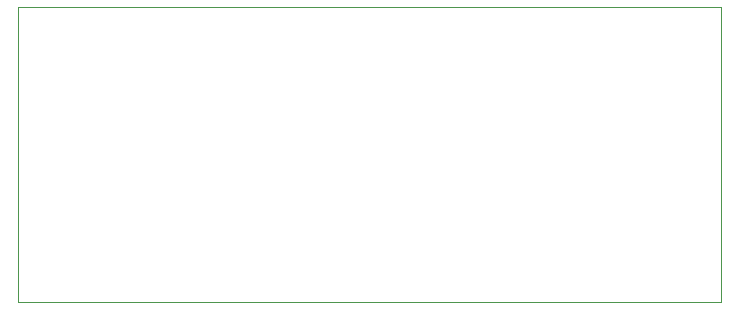
<source format=gbr>
%TF.GenerationSoftware,KiCad,Pcbnew,(5.1.6)-1*%
%TF.CreationDate,2025-01-26T05:21:37-05:00*%
%TF.ProjectId,test,74657374-2e6b-4696-9361-645f70636258,rev?*%
%TF.SameCoordinates,PX88601c0PY5f5e100*%
%TF.FileFunction,Profile,NP*%
%FSLAX46Y46*%
G04 Gerber Fmt 4.6, Leading zero omitted, Abs format (unit mm)*
G04 Created by KiCad (PCBNEW (5.1.6)-1) date 2025-01-26 05:21:37*
%MOMM*%
%LPD*%
G01*
G04 APERTURE LIST*
%TA.AperFunction,Profile*%
%ADD10C,0.050000*%
%TD*%
G04 APERTURE END LIST*
D10*
X59500000Y25000000D02*
X0Y25000000D01*
X0Y0D02*
X59500000Y0D01*
X0Y0D02*
X0Y25000000D01*
X59500000Y0D02*
X59500000Y25000000D01*
M02*

</source>
